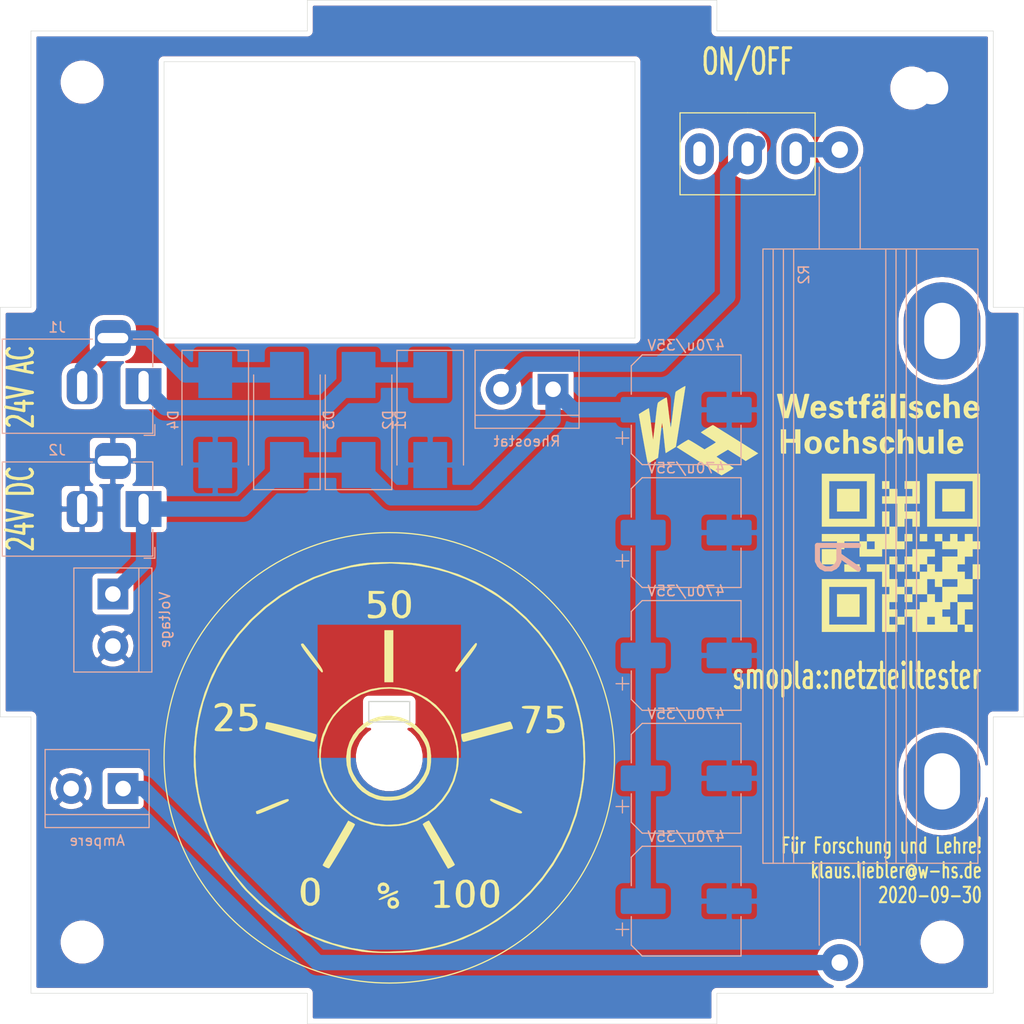
<source format=kicad_pcb>
(kicad_pcb (version 20171130) (host pcbnew "(5.1.6)-1")
  (layers (0 F.Cu signal hide) (31 B.Cu signal) (34 B.Paste user hide) (35 F.Paste user) (36 B.SilkS user) (37 F.SilkS user) (38 B.Mask user hide) (39 F.Mask user hide) (44 Edge.Cuts user))
  (net 0 "")
  (net 1 GND)
  (net 2 +12V)
  (net 3 "Net-(D1-Pad2)")
  (net 4 "Net-(D3-Pad2)")
  (net 5 "Net-(J3-Pad2)")
  (net 6 "Net-(J4-Pad1)")
  (net 7 "Net-(R2-Pad1)")
  (net 8 "Net-(SW1-Pad1)")
  (module smopla:LOGO_WHS (layer F.Cu) (at 129 92)
    (fp_text reference ARTWORK3 hide)
    (fp_text value Fiducial hide)
  )
  (module smopla:dial_0_100 (layer F.Cu) (at 88.2 123.9)
    (fp_text reference ARTWORK1 hide)
    (fp_text value DIAL hide)
  )
  (module smopla:QR_CODE_smopla_de (layer F.Cu) (at 138 104)
    (fp_text reference ARTWORK2 hide)
    (fp_text value Fiducial hide)
  )
  (module smopla:MTS-102 (layer F.Cu) (at 123 65 90)
    (fp_text reference SW1 hide)
    (fp_text value ON/OFF (at 9 0 180) (layer F.SilkS) (effects (font (size 2.5 1.5) (thickness 0.3))))
    (pad 3 thru_hole oval (at 0 4.7 90) (size 4 2.8) (drill oval 2.4 1.2) (layers *.Cu *.Mask) (net 7 "Net-(R2-Pad1)"))
    (pad 2 thru_hole oval (at 0 0 90) (size 4 2.8) (drill oval 2.4 1.2) (layers *.Cu *.Mask) (net 5 "Net-(J3-Pad2)"))
    (pad 1 thru_hole oval (at 0 -4.7 90) (size 4 2.8) (drill oval 2.4 1.2) (layers *.Cu *.Mask) (net 8 "Net-(SW1-Pad1)"))
  )
  (module smopla:Resistor_100W (layer B.Cu) (at 132 104.3 270)
    (fp_text reference R2 (at -27.5 3.5 270) (layer B.SilkS) (effects (justify mirror)))
    (fp_text value R (at 0 0 270) (layer B.SilkS) (effects (font (size 4 4) (thickness 0.5)) (justify mirror)))
    (pad 2 thru_hole circle (at 39.7 0 270) (size 3.6 3.6) (drill 1.6) (layers *.Cu *.Mask) (net 6 "Net-(J4-Pad1)"))
    (pad 1 thru_hole circle (at -39.7 0 270) (size 3.6 3.6) (drill 1.6) (layers *.Cu *.Mask) (net 7 "Net-(R2-Pad1)"))
    (pad "" np_thru_hole oval (at -22 -10 270) (size 9.5 7.5) (drill oval 5.5 3.5) (layers *.Cu *.Mask))
    (pad "" np_thru_hole oval (at 22 -10 270) (size 9.5 7.5) (drill oval 5.5 3.5) (layers *.Cu *.Mask))
  )
  (module TerminalBlock:TerminalBlock_bornier-2_P5.08mm (layer B.Cu) (at 61 108 270)
    (fp_text reference J5 hide)
    (fp_text value Voltage (at 2.54 -5.08 90) (layer B.SilkS) (effects (justify mirror)))
    (pad 2 thru_hole circle (at 5.08 0 270) (size 3 3) (drill 1.52) (layers *.Cu *.Mask) (net 1 GND))
    (pad 1 thru_hole rect (at 0 0 270) (size 3 3) (drill 1.52) (layers *.Cu *.Mask) (net 2 +12V))
  )
  (module TerminalBlock:TerminalBlock_bornier-2_P5.08mm (layer B.Cu) (at 62 127 180)
    (fp_text reference J4 hide)
    (fp_text value Ampere (at 2.54 -5.08 180) (layer B.SilkS) (effects (justify mirror)))
    (pad 2 thru_hole circle (at 5.08 0 180) (size 3 3) (drill 1.52) (layers *.Cu *.Mask) (net 1 GND))
    (pad 1 thru_hole rect (at 0 0 180) (size 3 3) (drill 1.52) (layers *.Cu *.Mask) (net 6 "Net-(J4-Pad1)"))
  )
  (module TerminalBlock:TerminalBlock_bornier-2_P5.08mm (layer B.Cu) (at 104 88 180)
    (fp_text reference J3 hide)
    (fp_text value Rheostat (at 2.54 -5.08 180) (layer B.SilkS) (effects (justify mirror)))
    (pad 2 thru_hole circle (at 5.08 0 180) (size 3 3) (drill 1.52) (layers *.Cu *.Mask) (net 5 "Net-(J3-Pad2)"))
    (pad 1 thru_hole rect (at 0 0 180) (size 3 3) (drill 1.52) (layers *.Cu *.Mask) (net 2 +12V))
  )
  (module Connector_BarrelJack:BarrelJack_Horizontal (layer B.Cu) (at 64 99.7)
    (fp_text reference J2 (at -8.45 -5.75) (layer B.SilkS) (effects (justify mirror)))
    (fp_text value "12V DC")
    (pad 3 thru_hole roundrect (at -3 -4.7) (size 3.5 3.5) (drill oval 3 1) (layers *.Cu *.Mask) (net 1 GND))
    (pad 2 thru_hole roundrect (at -6 0) (size 3 3.5) (drill oval 1 3) (layers *.Cu *.Mask) (net 1 GND))
    (pad 1 thru_hole rect (at 0 0) (size 3.5 3.5) (drill oval 1 3) (layers *.Cu *.Mask) (net 2 +12V))
  )
  (module Connector_BarrelJack:BarrelJack_Horizontal (layer B.Cu) (at 64 87.7)
    (fp_text reference J1 (at -8.45 -5.75 180) (layer B.SilkS) (effects (justify mirror)))
    (fp_text value "12V AC")
    (pad 3 thru_hole roundrect (at -3 -4.7) (size 3.5 3.5) (drill oval 3 1) (layers *.Cu *.Mask) (net 4 "Net-(D3-Pad2)"))
    (pad 2 thru_hole roundrect (at -6 0) (size 3 3.5) (drill oval 1 3) (layers *.Cu *.Mask) (net 4 "Net-(D3-Pad2)"))
    (pad 1 thru_hole rect (at 0 0) (size 3.5 3.5) (drill oval 1 3) (layers *.Cu *.Mask) (net 3 "Net-(D1-Pad2)"))
  )
  (module MountingHole:MountingHole_3.2mm_M3_DIN965 (layer F.Cu) (at 142 142 90)
    (fp_text reference H4 hide)
    (fp_text value MountingHole hide)
    (pad 1 np_thru_hole circle (at 0 0 90) (size 3.2 3.2) (drill 3.2) (layers *.Cu *.Mask))
  )
  (module MountingHole:MountingHole_3.2mm_M3_DIN965 (layer F.Cu) (at 58 58 90)
    (fp_text reference H3 hide)
    (fp_text value MountingHole hide)
    (pad 1 np_thru_hole circle (at 0 0 90) (size 3.2 3.2) (drill 3.2) (layers *.Cu *.Mask))
  )
  (module MountingHole:MountingHole_3.2mm_M3_DIN965 (layer F.Cu) (at 58 142 90)
    (fp_text reference H2 hide)
    (fp_text value MountingHole hide)
    (pad 1 np_thru_hole circle (at 0 0 90) (size 3.2 3.2) (drill 3.2) (layers *.Cu *.Mask))
  )
  (module MountingHole:MountingHole_3.2mm_M3_DIN965 (layer F.Cu) (at 141 58.575 90)
    (fp_text reference H1 hide)
    (fp_text value MountingHole hide)
    (pad 1 np_thru_hole circle (at 0 0 90) (size 3.2 3.2) (drill 3.2) (layers *.Cu *.Mask))
  )
  (module Diode_SMD:D_SMC_Handsoldering (layer B.Cu) (at 71 91 270)
    (fp_text reference D4 (at 0 4.1 270) (layer B.SilkS) (effects (justify mirror)))
    (fp_text value D_Schottky)
    (pad 2 smd rect (at 4.4 0 180) (size 3.3 4.5) (layers B.Cu B.Paste B.Mask) (net 1 GND))
    (pad 1 smd rect (at -4.4 0 180) (size 3.3 4.5) (layers B.Cu B.Paste B.Mask) (net 4 "Net-(D3-Pad2)"))
  )
  (module Diode_SMD:D_SMC_Handsoldering (layer B.Cu) (at 78 91 90)
    (fp_text reference D3 (at 0 4.1 270) (layer B.SilkS) (effects (justify mirror)))
    (fp_text value D_Schottky)
    (pad 2 smd rect (at 4.4 0) (size 3.3 4.5) (layers B.Cu B.Paste B.Mask) (net 4 "Net-(D3-Pad2)"))
    (pad 1 smd rect (at -4.4 0) (size 3.3 4.5) (layers B.Cu B.Paste B.Mask) (net 2 +12V))
  )
  (module Diode_SMD:D_SMC_Handsoldering (layer B.Cu) (at 92 91 270)
    (fp_text reference D2 (at 0 4.1 270) (layer B.SilkS) (effects (justify mirror)))
    (fp_text value D_Schottky)
    (pad 2 smd rect (at 4.4 0 180) (size 3.3 4.5) (layers B.Cu B.Paste B.Mask) (net 1 GND))
    (pad 1 smd rect (at -4.4 0 180) (size 3.3 4.5) (layers B.Cu B.Paste B.Mask) (net 3 "Net-(D1-Pad2)"))
  )
  (module Diode_SMD:D_SMC_Handsoldering (layer B.Cu) (at 85 91 90)
    (fp_text reference D1 (at 0 4.1 270) (layer B.SilkS) (effects (justify mirror)))
    (fp_text value D_Schottky)
    (pad 2 smd rect (at 4.4 0) (size 3.3 4.5) (layers B.Cu B.Paste B.Mask) (net 3 "Net-(D1-Pad2)"))
    (pad 1 smd rect (at -4.4 0) (size 3.3 4.5) (layers B.Cu B.Paste B.Mask) (net 2 +12V))
  )
  (module Capacitor_SMD:CP_Elec_10x10.5 (layer B.Cu) (at 117 114)
    (fp_text reference C5 hide)
    (fp_text value 470u/35V (at 0 -6.3 180) (layer B.SilkS) (effects (justify mirror)))
    (pad 2 smd roundrect (at 4.2 0) (size 4.4 2.5) (layers B.Cu B.Paste B.Mask) (roundrect_rratio 0.1) (net 1 GND))
    (pad 1 smd roundrect (at -4.2 0) (size 4.4 2.5) (layers B.Cu B.Paste B.Mask) (roundrect_rratio 0.1) (net 2 +12V))
  )
  (module Capacitor_SMD:CP_Elec_10x10.5 (layer B.Cu) (at 117 138)
    (fp_text reference C4 hide)
    (fp_text value 470u/35V (at 0 -6.3 180) (layer B.SilkS) (effects (justify mirror)))
    (pad 2 smd roundrect (at 4.2 0) (size 4.4 2.5) (layers B.Cu B.Paste B.Mask) (roundrect_rratio 0.1) (net 1 GND))
    (pad 1 smd roundrect (at -4.2 0) (size 4.4 2.5) (layers B.Cu B.Paste B.Mask) (roundrect_rratio 0.1) (net 2 +12V))
  )
  (module Capacitor_SMD:CP_Elec_10x10.5 (layer B.Cu) (at 117 90)
    (fp_text reference C3 hide)
    (fp_text value 470u/35V (at 0 -6.3 180) (layer B.SilkS) (effects (justify mirror)))
    (pad 2 smd roundrect (at 4.2 0) (size 4.4 2.5) (layers B.Cu B.Paste B.Mask) (roundrect_rratio 0.1) (net 1 GND))
    (pad 1 smd roundrect (at -4.2 0) (size 4.4 2.5) (layers B.Cu B.Paste B.Mask) (roundrect_rratio 0.1) (net 2 +12V))
  )
  (module Capacitor_SMD:CP_Elec_10x10.5 (layer B.Cu) (at 117 126)
    (fp_text reference C2 hide)
    (fp_text value 470u/35V (at 0 -6.3 180) (layer B.SilkS) (effects (justify mirror)))
    (pad 2 smd roundrect (at 4.2 0) (size 4.4 2.5) (layers B.Cu B.Paste B.Mask) (roundrect_rratio 0.1) (net 1 GND))
    (pad 1 smd roundrect (at -4.2 0) (size 4.4 2.5) (layers B.Cu B.Paste B.Mask) (roundrect_rratio 0.1) (net 2 +12V))
  )
  (module Capacitor_SMD:CP_Elec_10x10.5 (layer B.Cu) (at 117 102)
    (fp_text reference C1 hide)
    (fp_text value 470u/35V (at 0 -6.3 180) (layer B.SilkS) (effects (justify mirror)))
    (pad 2 smd roundrect (at 4.2 0) (size 4.4 2.5) (layers B.Cu B.Paste B.Mask) (roundrect_rratio 0.1) (net 1 GND))
    (pad 1 smd roundrect (at -4.2 0) (size 4.4 2.5) (layers B.Cu B.Paste B.Mask) (roundrect_rratio 0.1) (net 2 +12V))
  )
  (module smopla:rheostat_25w (layer F.Cu) (at 88 124)
    (fp_text reference R1 (at 0 0.5) (layer F.SilkS))
    (fp_text value "Rheostat 25W")
    (fp_line (start 2 -3.5) (end 0 -3.5) (layer Edge.Cuts) (width 0.12))
    (fp_line (start 2 -5.5) (end 2 -3.5) (layer Edge.Cuts) (width 0.12))
    (fp_line (start -2 -5.5) (end 2 -5.5) (layer Edge.Cuts) (width 0.12))
    (fp_line (start -2 -3.5) (end -2 -5.5) (layer Edge.Cuts) (width 0.12))
    (fp_line (start 0 -3.5) (end -2 -3.5) (layer Edge.Cuts) (width 0.12))
    (pad "" np_thru_hole circle (at 0 0) (size 5.5 5.5) (drill 5.5) (layers *.Cu *.Mask))
  )
  (gr_text "Für Forschung und Lehre!\nklaus.liebler@w-hs.de\n2020-09-30" (at 146 135) (layer F.SilkS) (effects (font (size 1.5 1) (thickness 0.2)) (justify right)))
  (gr_text smopla::netzteiltester (at 146 116) (layer F.SilkS) (effects (font (size 2.5 1.5) (thickness 0.3)) (justify right)))
  (gr_text "24V AC" (at 52 92 90) (layer F.SilkS) (effects (font (size 2.5 1.5) (thickness 0.3)) (justify left)))
  (gr_text "24V DC" (at 52 104 90) (layer F.SilkS) (effects (font (size 2.5 1.5) (thickness 0.3)) (justify left)))
  (gr_line (start 66 83) (end 66 56) (layer Edge.Cuts) (width 0.05))
  (gr_line (start 112 83) (end 66 83) (layer Edge.Cuts) (width 0.05))
  (gr_line (start 112 56) (end 112 83) (layer Edge.Cuts) (width 0.05))
  (gr_line (start 66 56) (end 112 56) (layer Edge.Cuts) (width 0.05))
  (gr_line (start 53 120) (end 50 120) (layer Edge.Cuts) (width 0.05))
  (gr_line (start 53 147) (end 53 120) (layer Edge.Cuts) (width 0.05))
  (gr_line (start 80 147) (end 80 150) (layer Edge.Cuts) (width 0.05))
  (gr_line (start 53 147) (end 80 147) (layer Edge.Cuts) (width 0.05))
  (gr_line (start 147 120) (end 150 120) (layer Edge.Cuts) (width 0.05))
  (gr_line (start 147 147) (end 147 120) (layer Edge.Cuts) (width 0.05))
  (gr_line (start 120 147) (end 120 150) (layer Edge.Cuts) (width 0.05))
  (gr_line (start 147 147) (end 120 147) (layer Edge.Cuts) (width 0.05))
  (gr_line (start 147 80) (end 150 80) (layer Edge.Cuts) (width 0.05))
  (gr_line (start 147 53) (end 147 80) (layer Edge.Cuts) (width 0.05))
  (gr_line (start 120 53) (end 120 50) (layer Edge.Cuts) (width 0.05))
  (gr_line (start 147 53) (end 120 53) (layer Edge.Cuts) (width 0.05))
  (gr_line (start 80 53) (end 80 50) (layer Edge.Cuts) (width 0.05))
  (gr_line (start 53 53) (end 80 53) (layer Edge.Cuts) (width 0.05))
  (gr_line (start 53 80) (end 50 80) (layer Edge.Cuts) (width 0.05))
  (gr_line (start 53 53) (end 53 80) (layer Edge.Cuts) (width 0.05))
  (gr_line (start 50 120) (end 50 80) (layer Edge.Cuts) (width 0.05))
  (gr_line (start 120 150) (end 80 150) (layer Edge.Cuts) (width 0.05))
  (gr_line (start 150 80) (end 150 120) (layer Edge.Cuts) (width 0.05))
  (gr_line (start 80 50) (end 120 50) (layer Edge.Cuts) (width 0.05))
  (segment (start 85 95.4) (end 78 95.4) (width 1.5) (layer B.Cu) (net 2))
  (segment (start 64 105) (end 61 108) (width 1.5) (layer B.Cu) (net 2))
  (segment (start 64 99.7) (end 64 105) (width 1.5) (layer B.Cu) (net 2))
  (segment (start 73.7 99.7) (end 78 95.4) (width 1.5) (layer B.Cu) (net 2))
  (segment (start 64 99.7) (end 73.7 99.7) (width 1.5) (layer B.Cu) (net 2))
  (segment (start 112.8 130) (end 112.8 138) (width 1.5) (layer B.Cu) (net 2))
  (segment (start 112.8 98.600001) (end 112.8 130) (width 1.5) (layer B.Cu) (net 2))
  (segment (start 112.8 98.600001) (end 112.8 90) (width 1.5) (layer B.Cu) (net 2))
  (segment (start 104 91) (end 104 88) (width 1.5) (layer B.Cu) (net 2))
  (segment (start 96.399999 98.600001) (end 104 91) (width 1.5) (layer B.Cu) (net 2))
  (segment (start 85 95.4) (end 88.200001 98.600001) (width 1.5) (layer B.Cu) (net 2))
  (segment (start 88.200001 98.600001) (end 96.399999 98.600001) (width 1.5) (layer B.Cu) (net 2))
  (segment (start 106 90) (end 104 88) (width 1.5) (layer B.Cu) (net 2))
  (segment (start 112.8 90) (end 106 90) (width 1.5) (layer B.Cu) (net 2))
  (segment (start 92 86.6) (end 85 86.6) (width 1.5) (layer B.Cu) (net 3))
  (segment (start 81.799999 89.800001) (end 85 86.6) (width 1.5) (layer B.Cu) (net 3))
  (segment (start 66.100001 89.800001) (end 81.799999 89.800001) (width 1.5) (layer B.Cu) (net 3))
  (segment (start 64 87.7) (end 66.100001 89.800001) (width 1.5) (layer B.Cu) (net 3))
  (segment (start 78 86.6) (end 71 86.6) (width 1.5) (layer B.Cu) (net 4))
  (segment (start 68.110002 86.6) (end 71 86.6) (width 1.5) (layer B.Cu) (net 4))
  (segment (start 64.510002 83) (end 68.110002 86.6) (width 1.5) (layer B.Cu) (net 4))
  (segment (start 61 83) (end 64.510002 83) (width 1.5) (layer B.Cu) (net 4))
  (segment (start 58 86) (end 61 83) (width 1.5) (layer B.Cu) (net 4))
  (segment (start 58 87.7) (end 58 86) (width 1.5) (layer B.Cu) (net 4))
  (segment (start 121.04999 66.95001) (end 124 64) (width 1.5) (layer B.Cu) (net 5))
  (segment (start 101.370001 85.549999) (end 98.92 88) (width 1.5) (layer B.Cu) (net 5))
  (segment (start 114.450001 85.549999) (end 101.370001 85.549999) (width 1.5) (layer B.Cu) (net 5))
  (segment (start 121.04999 78.95001) (end 114.450001 85.549999) (width 1.5) (layer B.Cu) (net 5))
  (segment (start 121.04999 78.95001) (end 121.04999 66.95001) (width 1.5) (layer B.Cu) (net 5))
  (segment (start 64 127) (end 62 127) (width 1.5) (layer B.Cu) (net 6))
  (segment (start 132 144) (end 81 144) (width 1.5) (layer B.Cu) (net 6))
  (segment (start 81 144) (end 64 127) (width 1.5) (layer B.Cu) (net 6))
  (segment (start 128.1 64.6) (end 127.7 65) (width 1.5) (layer B.Cu) (net 7))
  (segment (start 132 64.6) (end 128.1 64.6) (width 1.5) (layer B.Cu) (net 7))
  (zone (net 1) (net_name GND) (layer B.Cu) (connect_pads (clearance 0.508)) (min_thickness 0.254) (fill yes (arc_segments 32) (thermal_gap 0.508) (thermal_bridge_width 0.508))
    (polygon (pts (xy 150 150) (xy 50 150) (xy 50 50) (xy 150 50)))
  )
  (zone (net 0) (net_name "") (layer B.Cu) (connect_pads (clearance 0.508)) (min_thickness 0.254)
    (keepout (tracks not_allowed) (vias not_allowed) (copperpour not_allowed))
    (fill (arc_segments 32) (thermal_gap 0.508) (thermal_bridge_width 0.508))
    (polygon (pts (xy 95 124) (xy 81 124) (xy 81 111) (xy 95 111)))
  )
  (zone (net 1) (net_name GND) (layer F.Cu) (connect_pads (clearance 0.508)) (min_thickness 0.254) (fill yes (arc_segments 32) (thermal_gap 0.508) (thermal_bridge_width 0.508))
    (polygon (pts (xy 150 150) (xy 50 150) (xy 50 50) (xy 150 50)))
  )
)
</source>
